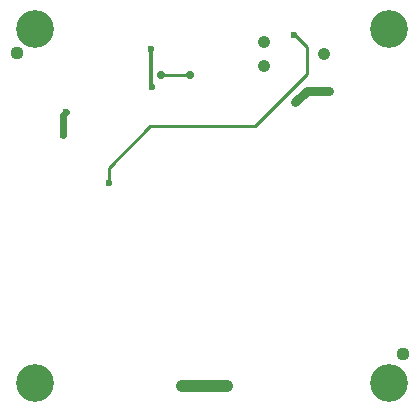
<source format=gbl>
G04*
G04 #@! TF.GenerationSoftware,Altium Limited,Altium Designer,23.8.1 (32)*
G04*
G04 Layer_Physical_Order=4*
G04 Layer_Color=16711680*
%FSLAX44Y44*%
%MOMM*%
G71*
G04*
G04 #@! TF.SameCoordinates,14F6A229-880D-4016-A75C-DA76C30DB968*
G04*
G04*
G04 #@! TF.FilePolarity,Positive*
G04*
G01*
G75*
%ADD11C,0.2540*%
%ADD14C,0.3000*%
%ADD61C,1.0000*%
%ADD62C,0.8000*%
%ADD64C,0.6000*%
%ADD67C,1.1250*%
%ADD68C,1.0670*%
%ADD69C,3.2000*%
%ADD70C,0.7000*%
%ADD71C,0.6000*%
D11*
X921750Y798500D02*
X946500D01*
X1035000Y832500D02*
X1035500D01*
X1045948Y822052D01*
Y799698D02*
Y822052D01*
X1001500Y755250D02*
X1045948Y799698D01*
X877750Y720000D02*
X913000Y755250D01*
X1001500D01*
X877750Y706750D02*
Y720000D01*
D14*
X913926Y788824D02*
X914500Y788250D01*
X913926Y788824D02*
Y790945D01*
X913500Y791371D02*
X913926Y790945D01*
X913500Y791371D02*
Y820500D01*
D61*
X939500Y535500D02*
X977500D01*
D62*
X1035500Y775500D02*
X1045250Y785250D01*
X1064000D01*
D64*
X839000Y747500D02*
Y764500D01*
X841500Y767000D01*
D67*
X1126500Y562000D02*
D03*
X799750Y816750D02*
D03*
D68*
X1060200Y816150D02*
D03*
X1009400Y805990D02*
D03*
Y826310D02*
D03*
D69*
X1115000Y537500D02*
D03*
X815000D02*
D03*
Y837500D02*
D03*
X1115000D02*
D03*
D70*
X921750Y798500D02*
D03*
X946500D02*
D03*
D71*
X913500Y820500D02*
D03*
X914500Y788250D02*
D03*
X1035000Y832500D02*
D03*
X1064000Y785250D02*
D03*
X1035500Y775500D02*
D03*
X839000Y747500D02*
D03*
X877750Y706750D02*
D03*
X841500Y767000D02*
D03*
X977500Y535500D02*
D03*
X939500D02*
D03*
M02*

</source>
